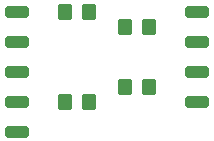
<source format=gbr>
%TF.GenerationSoftware,KiCad,Pcbnew,(7.0.0)*%
%TF.CreationDate,2023-08-07T09:26:35+02:00*%
%TF.ProjectId,PCH-2xxxJIG_0805_Nano,5043482d-3278-4787-984a-49475f303830,rev?*%
%TF.SameCoordinates,Original*%
%TF.FileFunction,Paste,Top*%
%TF.FilePolarity,Positive*%
%FSLAX46Y46*%
G04 Gerber Fmt 4.6, Leading zero omitted, Abs format (unit mm)*
G04 Created by KiCad (PCBNEW (7.0.0)) date 2023-08-07 09:26:35*
%MOMM*%
%LPD*%
G01*
G04 APERTURE LIST*
G04 Aperture macros list*
%AMRoundRect*
0 Rectangle with rounded corners*
0 $1 Rounding radius*
0 $2 $3 $4 $5 $6 $7 $8 $9 X,Y pos of 4 corners*
0 Add a 4 corners polygon primitive as box body*
4,1,4,$2,$3,$4,$5,$6,$7,$8,$9,$2,$3,0*
0 Add four circle primitives for the rounded corners*
1,1,$1+$1,$2,$3*
1,1,$1+$1,$4,$5*
1,1,$1+$1,$6,$7*
1,1,$1+$1,$8,$9*
0 Add four rect primitives between the rounded corners*
20,1,$1+$1,$2,$3,$4,$5,0*
20,1,$1+$1,$4,$5,$6,$7,0*
20,1,$1+$1,$6,$7,$8,$9,0*
20,1,$1+$1,$8,$9,$2,$3,0*%
G04 Aperture macros list end*
%ADD10RoundRect,0.250000X-0.750000X0.250000X-0.750000X-0.250000X0.750000X-0.250000X0.750000X0.250000X0*%
%ADD11RoundRect,0.250000X-0.350000X-0.450000X0.350000X-0.450000X0.350000X0.450000X-0.350000X0.450000X0*%
G04 APERTURE END LIST*
D10*
%TO.C,REF\u002A\u002A*%
X60960000Y-43180000D03*
%TD*%
D11*
%TO.C,REF\u002A\u002A*%
X70120000Y-39400000D03*
X72120000Y-39400000D03*
%TD*%
D10*
%TO.C,REF\u002A\u002A*%
X60960000Y-38100000D03*
%TD*%
%TO.C,REF\u002A\u002A*%
X60960000Y-40640000D03*
%TD*%
%TO.C,REF\u002A\u002A*%
X76200000Y-40640000D03*
%TD*%
%TO.C,REF\u002A\u002A*%
X76200000Y-35560000D03*
%TD*%
%TO.C,REF\u002A\u002A*%
X60960000Y-33020000D03*
%TD*%
%TO.C,REF\u002A\u002A*%
X76200000Y-33020000D03*
%TD*%
D11*
%TO.C,REF\u002A\u002A*%
X70120000Y-34300000D03*
X72120000Y-34300000D03*
%TD*%
%TO.C,REF\u002A\u002A*%
X65040000Y-33020000D03*
X67040000Y-33020000D03*
%TD*%
%TO.C,REF\u002A\u002A*%
X65040000Y-40640000D03*
X67040000Y-40640000D03*
%TD*%
D10*
%TO.C,REF\u002A\u002A*%
X60960000Y-35560000D03*
%TD*%
%TO.C,REF\u002A\u002A*%
X76200000Y-38100000D03*
%TD*%
M02*

</source>
